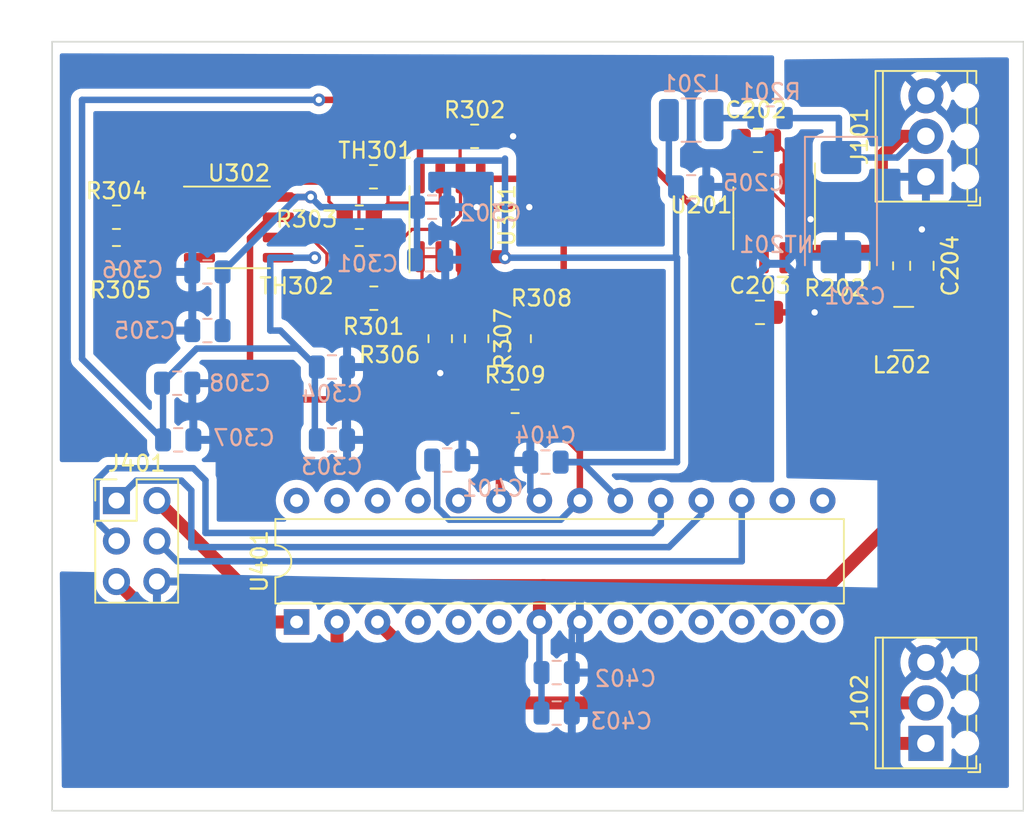
<source format=kicad_pcb>
(kicad_pcb (version 20221018) (generator pcbnew)
  (layers (0 "F.Cu" signal) (31 "B.Cu" signal) (36 "B.SilkS" user "B.Silkscreen") (37 "F.SilkS" user "F.Silkscreen") (38 "B.Mask" user) (39 "F.Mask" user) (44 "Edge.Cuts" user))
  (net 0 "")
  (net 1 "/power/+5Vin")
  (net 2 "GNDD")
  (net 3 "Net-(U201-CAP+)")
  (net 4 "Net-(U201-CAP-)")
  (net 5 "/a/V-")
  (net 6 "/b/+5V_D")
  (net 7 "/a/+5V_A")
  (net 8 "GNDA")
  (net 9 "/a/Ref")
  (net 10 "/b/RXD")
  (net 11 "/b/TXD")
  (net 12 "Net-(J401-Pin_1)")
  (net 13 "Net-(J401-Pin_3)")
  (net 14 "Net-(J401-Pin_4)")
  (net 15 "Net-(L201-Pad1)")
  (net 16 "Net-(L202-Pad1)")
  (net 17 "Net-(U302--)")
  (net 18 "Net-(U301B--)")
  (net 19 "Net-(R303-Pad1)")
  (net 20 "Net-(U302-+)")
  (net 21 "Net-(R304-Pad1)")
  (net 22 "Net-(R304-Pad2)")
  (net 23 "Net-(R305-Pad2)")
  (net 24 "Net-(U301A-+)")
  (net 25 "Net-(R307-Pad2)")
  (net 29 "Net-(U301A--)")
  (net 30 "/a/UT_Out")
  (net 31 "Net-(J401-Pin_5)")
  (footprint "Resistor_SMD:R_0805_2012Metric" (layer "F.Cu") (at 129.286 91.44 -90)
    (fp_text reference "R307" (at 0 -1.65 90) (layer "F.SilkS"))
    (fp_text value "4K30")
    (pad "1" smd roundrect (at -0.9125 0 270) (size 1.025 1.4) (layers "F.Cu" "F.Paste" "F.Mask") (roundrect_rratio 0.243902) (net 24 "Net-(U301A-+)"))
    (pad "2" smd roundrect (at 0.9125 0 270) (size 1.025 1.4) (layers "F.Cu" "F.Paste" "F.Mask") (roundrect_rratio 0.243902) (net 25 "Net-(R307-Pad2)"))
  )
  (footprint "Resistor_SMD:R_0805_2012Metric" (layer "F.Cu") (at 122.809 81.28 180)
    (fp_text reference "TH301" (at -0.127 1.651) (layer "F.SilkS"))
    (fp_text value "PT1000")
    (pad "1" smd roundrect (at -0.9125 0 180) (size 1.025 1.4) (layers "F.Cu" "F.Paste" "F.Mask") (roundrect_rratio 0.243902) (net 19 "Net-(R303-Pad1)"))
    (pad "2" smd roundrect (at 0.9125 0 180) (size 1.025 1.4) (layers "F.Cu" "F.Paste" "F.Mask") (roundrect_rratio 0.243902) (net 17 "Net-(U302--)"))
  )
  (footprint "Resistor_SMD:R_0805_2012Metric" (layer "F.Cu") (at 154.686 86.868 -90)
    (fp_text reference "R202" (at 1.397 2.921 -180) (layer "F.SilkS"))
    (fp_text value "2R")
    (pad "1" smd roundrect (at -0.9125 0 270) (size 1.025 1.4) (layers "F.Cu" "F.Paste" "F.Mask") (roundrect_rratio 0.243902) (net 1 "/power/+5Vin"))
    (pad "2" smd roundrect (at 0.9125 0 270) (size 1.025 1.4) (layers "F.Cu" "F.Paste" "F.Mask") (roundrect_rratio 0.243902) (net 16 "Net-(L202-Pad1)"))
  )
  (footprint "Package_DIP:DIP-28_W7.62mm" (layer "F.Cu") (at 117.983 109.22 90)
    (fp_text reference "U401" (at 3.81 -2.33 90) (layer "F.SilkS"))
    (fp_text value "ATmega328P-PU")
    (pad "1" thru_hole rect (at 0 0 90) (size 1.6 1.6) (drill 0.8) (layers "*.Cu" "*.Mask") (net 31 "Net-(J401-Pin_5)"))
    (pad "2" thru_hole oval (at 0 2.54 90) (size 1.6 1.6) (drill 0.8) (layers "*.Cu" "*.Mask") (net 10 "/b/RXD"))
    (pad "3" thru_hole oval (at 0 5.08 90) (size 1.6 1.6) (drill 0.8) (layers "*.Cu" "*.Mask") (net 11 "/b/TXD"))
    (pad "4" thru_hole oval (at 0 7.62 90) (size 1.6 1.6) (drill 0.8) (layers "*.Cu" "*.Mask"))
    (pad "5" thru_hole oval (at 0 10.16 90) (size 1.6 1.6) (drill 0.8) (layers "*.Cu" "*.Mask"))
    (pad "6" thru_hole oval (at 0 12.7 90) (size 1.6 1.6) (drill 0.8) (layers "*.Cu" "*.Mask"))
    (pad "7" thru_hole oval (at 0 15.24 90) (size 1.6 1.6) (drill 0.8) (layers "*.Cu" "*.Mask") (net 6 "/b/+5V_D"))
    (pad "8" thru_hole oval (at 0 17.78 90) (size 1.6 1.6) (drill 0.8) (layers "*.Cu" "*.Mask") (net 2 "GNDD"))
    (pad "9" thru_hole oval (at 0 20.32 90) (size 1.6 1.6) (drill 0.8) (layers "*.Cu" "*.Mask"))
    (pad "10" thru_hole oval (at 0 22.86 90) (size 1.6 1.6) (drill 0.8) (layers "*.Cu" "*.Mask"))
    (pad "11" thru_hole oval (at 0 25.4 90) (size 1.6 1.6) (drill 0.8) (layers "*.Cu" "*.Mask"))
    (pad "12" thru_hole oval (at 0 27.94 90) (size 1.6 1.6) (drill 0.8) (layers "*.Cu" "*.Mask"))
    (pad "13" thru_hole oval (at 0 30.48 90) (size 1.6 1.6) (drill 0.8) (layers "*.Cu" "*.Mask"))
    (pad "14" thru_hole oval (at 0 33.02 90) (size 1.6 1.6) (drill 0.8) (layers "*.Cu" "*.Mask"))
    (pad "15" thru_hole oval (at 7.62 33.02 90) (size 1.6 1.6) (drill 0.8) (layers "*.Cu" "*.Mask"))
    (pad "16" thru_hole oval (at 7.62 30.48 90) (size 1.6 1.6) (drill 0.8) (layers "*.Cu" "*.Mask"))
    (pad "17" thru_hole oval (at 7.62 27.94 90) (size 1.6 1.6) (drill 0.8) (layers "*.Cu" "*.Mask") (net 14 "Net-(J401-Pin_4)"))
    (pad "18" thru_hole oval (at 7.62 25.4 90) (size 1.6 1.6) (drill 0.8) (layers "*.Cu" "*.Mask") (net 12 "Net-(J401-Pin_1)"))
    (pad "19" thru_hole oval (at 7.62 22.86 90) (size 1.6 1.6) (drill 0.8) (layers "*.Cu" "*.Mask") (net 13 "Net-(J401-Pin_3)"))
    (pad "20" thru_hole oval (at 7.62 20.32 90) (size 1.6 1.6) (drill 0.8) (layers "*.Cu" "*.Mask") (net 7 "/a/+5V_A"))
    (pad "21" thru_hole oval (at 7.62 17.78 90) (size 1.6 1.6) (drill 0.8) (layers "*.Cu" "*.Mask") (net 9 "/a/Ref"))
    (pad "22" thru_hole oval (at 7.62 15.24 90) (size 1.6 1.6) (drill 0.8) (layers "*.Cu" "*.Mask") (net 8 "GNDA"))
    (pad "23" thru_hole oval (at 7.62 12.7 90) (size 1.6 1.6) (drill 0.8) (layers "*.Cu" "*.Mask") (net 30 "/a/UT_Out"))
    (pad "24" thru_hole oval (at 7.62 10.16 90) (size 1.6 1.6) (drill 0.8) (layers "*.Cu" "*.Mask"))
    (pad "25" thru_hole oval (at 7.62 7.62 90) (size 1.6 1.6) (drill 0.8) (layers "*.Cu" "*.Mask"))
    (pad "26" thru_hole oval (at 7.62 5.08 90) (size 1.6 1.6) (drill 0.8) (layers "*.Cu" "*.Mask"))
    (pad "27" thru_hole oval (at 7.62 2.54 90) (size 1.6 1.6) (drill 0.8) (layers "*.Cu" "*.Mask"))
    (pad "28" thru_hole oval (at 7.62 0 90) (size 1.6 1.6) (drill 0.8) (layers "*.Cu" "*.Mask"))
  )
  (footprint "Resistor_SMD:R_0805_2012Metric" (layer "F.Cu") (at 121.92 83.82 180)
    (fp_text reference "R303" (at 3.302 -0.127) (layer "F.SilkS"))
    (fp_text value "1K00")
    (pad "1" smd roundrect (at -0.9125 0 180) (size 1.025 1.4) (layers "F.Cu" "F.Paste" "F.Mask") (roundrect_rratio 0.243902) (net 19 "Net-(R303-Pad1)"))
    (pad "2" smd roundrect (at 0.9125 0 180) (size 1.025 1.4) (layers "F.Cu" "F.Paste" "F.Mask") (roundrect_rratio 0.243902) (net 20 "Net-(U302-+)"))
  )
  (footprint "Package_SO:SOIC-8_3.9x4.9mm_P1.27mm" (layer "F.Cu") (at 114.365 84.455)
    (fp_text reference "U302" (at 0 -3.4) (layer "F.SilkS"))
    (fp_text value "AD8221ARZ")
    (pad "1" smd roundrect (at -2.475 -1.905) (size 1.95 0.6) (layers "F.Cu" "F.Paste" "F.Mask") (net 17 "Net-(U302--)"))
    (pad "2" smd roundrect (at -2.475 -0.635) (size 1.95 0.6) (layers "F.Cu" "F.Paste" "F.Mask") (net 22 "Net-(R304-Pad2)"))
    (pad "3" smd roundrect (at -2.475 0.635) (size 1.95 0.6) (layers "F.Cu" "F.Paste" "F.Mask") (net 23 "Net-(R305-Pad2)"))
    (pad "4" smd roundrect (at -2.475 1.905) (size 1.95 0.6) (layers "F.Cu" "F.Paste" "F.Mask") (net 20 "Net-(U302-+)"))
    (pad "5" smd roundrect (at 2.475 1.905) (size 1.95 0.6) (layers "F.Cu" "F.Paste" "F.Mask") (net 5 "/a/V-"))
    (pad "6" smd roundrect (at 2.475 0.635) (size 1.95 0.6) (layers "F.Cu" "F.Paste" "F.Mask") (net 29 "Net-(U301A--)"))
    (pad "7" smd roundrect (at 2.475 -0.635) (size 1.95 0.6) (layers "F.Cu" "F.Paste" "F.Mask") (net 30 "/a/UT_Out"))
    (pad "8" smd roundrect (at 2.475 -1.905) (size 1.95 0.6) (layers "F.Cu" "F.Paste" "F.Mask") (net 7 "/a/+5V_A"))
  )
  (footprint "Capacitor_SMD:C_0805_2012Metric" (layer "F.Cu") (at 157.226 86.868 90)
    (fp_text reference "C204" (at 0 1.778 90) (layer "F.SilkS"))
    (fp_text value "10uF")
    (pad "1" smd roundrect (at -0.95 0 90) (size 1 1.45) (layers "F.Cu" "F.Paste" "F.Mask") (net 6 "/b/+5V_D"))
    (pad "2" smd roundrect (at 0.95 0 90) (size 1 1.45) (layers "F.Cu" "F.Paste" "F.Mask") (net 2 "GNDD"))
  )
  (footprint "TerminalBlock_Phoenix:TerminalBlock_Phoenix_MPT-0,5-3-2.54_1x03_P2.54mm_Horizontal" (layer "F.Cu") (at 157.48 81.28 90)
    (fp_text reference "J101" (at 2.54 -4.16 90) (layer "F.SilkS"))
    (fp_text value "Screw_Terminal_01x03")
    (pad "" np_thru_hole circle (at 0 2.54 90) (size 1.1 1.1) (drill 1.1) (layers "*.Cu" "*.Mask"))
    (pad "" np_thru_hole circle (at 2.54 2.54 90) (size 1.1 1.1) (drill 1.1) (layers "*.Cu" "*.Mask"))
    (pad "" np_thru_hole circle (at 5.08 2.54 90) (size 1.1 1.1) (drill 1.1) (layers "*.Cu" "*.Mask"))
    (pad "1" thru_hole rect (at 0 0 90) (size 2.2 2.2) (drill 1.1) (layers "*.Cu" "*.Mask") (net 2 "GNDD"))
    (pad "2" thru_hole circle (at 2.54 0 90) (size 2.2 2.2) (drill 1.1) (layers "*.Cu" "*.Mask") (net 1 "/power/+5Vin"))
    (pad "3" thru_hole circle (at 5.08 0 90) (size 2.2 2.2) (drill 1.1) (layers "*.Cu" "*.Mask") (net 2 "GNDD"))
  )
  (footprint "Resistor_SMD:R_0805_2012Metric" (layer "F.Cu") (at 106.68 83.82)
    (fp_text reference "R304" (at 0 -1.65) (layer "F.SilkS"))
    (fp_text value "6K80")
    (pad "1" smd roundrect (at -0.9125 0) (size 1.025 1.4) (layers "F.Cu" "F.Paste" "F.Mask") (roundrect_rratio 0.243902) (net 21 "Net-(R304-Pad1)"))
    (pad "2" smd roundrect (at 0.9125 0) (size 1.025 1.4) (layers "F.Cu" "F.Paste" "F.Mask") (roundrect_rratio 0.243902) (net 22 "Net-(R304-Pad2)"))
  )
  (footprint "TerminalBlock_Phoenix:TerminalBlock_Phoenix_MPT-0,5-3-2.54_1x03_P2.54mm_Horizontal" (layer "F.Cu") (at 157.48 116.84 90)
    (fp_text reference "J102" (at 2.54 -4.16 90) (layer "F.SilkS"))
    (fp_text value "Screw_Terminal_01x03")
    (pad "" np_thru_hole circle (at 0 2.54 90) (size 1.1 1.1) (drill 1.1) (layers "*.Cu" "*.Mask"))
    (pad "" np_thru_hole circle (at 2.54 2.54 90) (size 1.1 1.1) (drill 1.1) (layers "*.Cu" "*.Mask"))
    (pad "" np_thru_hole circle (at 5.08 2.54 90) (size 1.1 1.1) (drill 1.1) (layers "*.Cu" "*.Mask"))
    (pad "1" thru_hole rect (at 0 0 90) (size 2.2 2.2) (drill 1.1) (layers "*.Cu" "*.Mask") (net 10 "/b/RXD"))
    (pad "2" thru_hole circle (at 2.54 0 90) (size 2.2 2.2) (drill 1.1) (layers "*.Cu" "*.Mask") (net 11 "/b/TXD"))
    (pad "3" thru_hole circle (at 5.08 0 90) (size 2.2 2.2) (drill 1.1) (layers "*.Cu" "*.Mask") (net 2 "GNDD"))
  )
  (footprint "Capacitor_SMD:C_0805_2012Metric" (layer "F.Cu") (at 147.066 89.789)
    (fp_text reference "C203" (at 0 -1.68) (layer "F.SilkS"))
    (fp_text value "10uF")
    (pad "1" smd roundrect (at -0.95 0) (size 1 1.45) (layers "F.Cu" "F.Paste" "F.Mask") (net 5 "/a/V-"))
    (pad "2" smd roundrect (at 0.95 0) (size 1 1.45) (layers "F.Cu" "F.Paste" "F.Mask") (net 2 "GNDD"))
  )
  (footprint "Package_SO:SOIC-8_3.9x4.9mm_P1.27mm" (layer "F.Cu") (at 127.635 83.82 90)
    (fp_text reference "U301" (at 0.127 3.556 90) (layer "F.SilkS"))
    (fp_text value "OPA2277EP")
    (pad "1" smd roundrect (at -2.475 -1.905 90) (size 1.95 0.6) (layers "F.Cu" "F.Paste" "F.Mask") (net 29 "Net-(U301A--)"))
    (pad "2" smd roundrect (at -2.475 -0.635 90) (size 1.95 0.6) (layers "F.Cu" "F.Paste" "F.Mask") (net 29 "Net-(U301A--)"))
    (pad "3" smd roundrect (at -2.475 0.635 90) (size 1.95 0.6) (layers "F.Cu" "F.Paste" "F.Mask") (net 24 "Net-(U301A-+)"))
    (pad "4" smd roundrect (at -2.475 1.905 90) (size 1.95 0.6) (layers "F.Cu" "F.Paste" "F.Mask") (net 7 "/a/+5V_A"))
    (pad "5" smd roundrect (at 2.475 1.905 90) (size 1.95 0.6) (layers "F.Cu" "F.Paste" "F.Mask") (net 9 "/a/Ref"))
    (pad "6" smd roundrect (at 2.475 0.635 90) (size 1.95 0.6) (layers "F.Cu" "F.Paste" "F.Mask") (net 18 "Net-(U301B--)"))
    (pad "7" smd roundrect (at 2.475 -0.635 90) (size 1.95 0.6) (layers "F.Cu" "F.Paste" "F.Mask") (net 19 "Net-(R303-Pad1)"))
    (pad "8" smd roundrect (at 2.475 -1.905 90) (size 1.95 0.6) (layers "F.Cu" "F.Paste" "F.Mask") (net 5 "/a/V-"))
  )
  (footprint "Package_SO:SOIC-8_3.9x4.9mm_P1.27mm" (layer "F.Cu") (at 147.955 83.885 -90)
    (fp_text reference "U201" (at -0.827 4.572 -180) (layer "F.SilkS"))
    (fp_text value "TC7662Bx0A")
    (pad "1" smd roundrect (at -2.475 -1.905 270) (size 1.95 0.6) (layers "F.Cu" "F.Paste" "F.Mask"))
    (pad "2" smd roundrect (at -2.475 -0.635 270) (size 1.95 0.6) (layers "F.Cu" "F.Paste" "F.Mask") (net 3 "Net-(U201-CAP+)"))
    (pad "3" smd roundrect (at -2.475 0.635 270) (size 1.95 0.6) (layers "F.Cu" "F.Paste" "F.Mask") (net 2 "GNDD"))
    (pad "4" smd roundrect (at -2.475 1.905 270) (size 1.95 0.6) (layers "F.Cu" "F.Paste" "F.Mask") (net 4 "Net-(U201-CAP-)"))
    (pad "5" smd roundrect (at 2.475 1.905 270) (size 1.95 0.6) (layers "F.Cu" "F.Paste" "F.Mask") (net 5 "/a/V-"))
    (pad "6" smd roundrect (at 2.475 0.635 270) (size 1.95 0.6) (layers "F.Cu" "F.Paste" "F.Mask"))
    (pad "7" smd roundrect (at 2.475 -0.635 270) (size 1.95 0.6) (layers "F.Cu" "F.Paste" "F.Mask"))
    (pad "8" smd roundrect (at 2.475 -1.905 270) (size 1.95 0.6) (layers "F.Cu" "F.Paste" "F.Mask") (net 1 "/power/+5Vin"))
  )
  (footprint "Resistor_SMD:R_0805_2012Metric" (layer "F.Cu") (at 122.8325 88.9)
    (fp_text reference "R301" (at -0.0235 1.778) (layer "F.SilkS"))
    (fp_text value "1K00")
    (pad "1" smd roundrect (at -0.9125 0) (size 1.025 1.4) (layers "F.Cu" "F.Paste" "F.Mask") (roundrect_rratio 0.243902) (net 17 "Net-(U302--)"))
    (pad "2" smd roundrect (at 0.9125 0) (size 1.025 1.4) (layers "F.Cu" "F.Paste" "F.Mask") (roundrect_rratio 0.243902) (net 18 "Net-(U301B--)"))
  )
  (footprint "Resistor_SMD:R_0805_2012Metric" (layer "F.Cu") (at 127 91.44 -90)
    (fp_text reference "R306" (at 1.016 3.175 -180) (layer "F.SilkS"))
    (fp_text value "10K0")
    (pad "1" smd roundrect (at -0.9125 0 270) (size 1.025 1.4) (layers "F.Cu" "F.Paste" "F.Mask") (roundrect_rratio 0.243902) (net 24 "Net-(U301A-+)"))
    (pad "2" smd roundrect (at 0.9125 0 270) (size 1.025 1.4) (layers "F.Cu" "F.Paste" "F.Mask") (roundrect_rratio 0.243902) (net 8 "GNDA"))
  )
  (footprint "Resistor_SMD:R_0805_2012Metric" (layer "F.Cu") (at 129.159 78.74)
    (fp_text reference "R302" (at 0 -1.65) (layer "F.SilkS"))
    (fp_text value "1K10")
    (pad "1" smd roundrect (at -0.9125 0) (size 1.025 1.4) (layers "F.Cu" "F.Paste" "F.Mask") (roundrect_rratio 0.243902) (net 18 "Net-(U301B--)"))
    (pad "2" smd roundrect (at 0.9125 0) (size 1.025 1.4) (layers "F.Cu" "F.Paste" "F.Mask") (roundrect_rratio 0.243902) (net 8 "GNDA"))
  )
  (footprint "Resistor_SMD:R_0805_2012Metric" (layer "F.Cu") (at 106.68 86.36)
    (fp_text reference "R305" (at 0.254 2.032) (layer "F.SilkS"))
    (fp_text value "100")
    (pad "1" smd roundrect (at -0.9125 0) (size 1.025 1.4) (layers "F.Cu" "F.Paste" "F.Mask") (roundrect_rratio 0.243902) (net 21 "Net-(R304-Pad1)"))
    (pad "2" smd roundrect (at 0.9125 0) (size 1.025 1.4) (layers "F.Cu" "F.Paste" "F.Mask") (roundrect_rratio 0.243902) (net 23 "Net-(R305-Pad2)"))
  )
  (footprint "Connector_PinHeader_2.54mm:PinHeader_2x03_P2.54mm_Vertical" (layer "F.Cu") (at 106.68 101.6)
    (fp_text reference "J401" (at 1.27 -2.33) (layer "F.SilkS"))
    (fp_text value "Conn_02x03_Odd_Even")
    (pad "1" thru_hole rect (at 0 0) (size 1.7 1.7) (drill 1) (layers "*.Cu" "*.Mask") (net 12 "Net-(J401-Pin_1)"))
    (pad "2" thru_hole oval (at 2.54 0) (size 1.7 1.7) (drill 1) (layers "*.Cu" "*.Mask") (net 6 "/b/+5V_D"))
    (pad "3" thru_hole oval (at 0 2.54) (size 1.7 1.7) (drill 1) (layers "*.Cu" "*.Mask") (net 13 "Net-(J401-Pin_3)"))
    (pad "4" thru_hole oval (at 2.54 2.54) (size 1.7 1.7) (drill 1) (layers "*.Cu" "*.Mask") (net 14 "Net-(J401-Pin_4)"))
    (pad "5" thru_hole oval (at 0 5.08) (size 1.7 1.7) (drill 1) (layers "*.Cu" "*.Mask") (net 31 "Net-(J401-Pin_5)"))
    (pad "6" thru_hole oval (at 2.54 5.08) (size 1.7 1.7) (drill 1) (layers "*.Cu" "*.Mask") (net 2 "GNDD"))
  )
  (footprint "Resistor_SMD:R_0805_2012Metric" (layer "F.Cu") (at 131.953 91.44 -90)
    (fp_text reference "R308" (at -2.54 -1.397 -180) (layer "F.SilkS"))
    (fp_text value "819")
    (pad "1" smd roundrect (at -0.9125 0 270) (size 1.025 1.4) (layers "F.Cu" "F.Paste" "F.Mask") (roundrect_rratio 0.243902) (net 24 "Net-(U301A-+)"))
    (pad "2" smd roundrect (at 0.9125 0 270) (size 1.025 1.4) (layers "F.Cu" "F.Paste" "F.Mask") (roundrect_rratio 0.243902) (net 25 "Net-(R307-Pad2)"))
  )
  (footprint "Inductor_SMD:L_1210_3225Metric" (layer "F.Cu") (at 156.083 90.805)
    (fp_text reference "L202" (at -0.124 2.286) (layer "F.SilkS"))
    (fp_text value "22uH")
    (pad "1" smd roundrect (at -1.4 0) (size 1.25 2.65) (layers "F.Cu" "F.Paste" "F.Mask") (roundrect_rratio 0.2) (net 16 "Net-(L202-Pad1)"))
    (pad "2" smd roundrect (at 1.4 0) (size 1.25 2.65) (layers "F.Cu" "F.Paste" "F.Mask") (roundrect_rratio 0.2) (net 6 "/b/+5V_D"))
  )
  (footprint "Resistor_SMD:R_0805_2012Metric" (layer "F.Cu") (at 131.699 95.377)
    (fp_text reference "R309" (at 0 -1.65) (layer "F.SilkS"))
    (fp_text value "36K0")
    (pad "1" smd roundrect (at -0.9125 0) (size 1.025 1.4) (layers "F.Cu" "F.Paste" "F.Mask") (roundrect_rratio 0.243902) (net 25 "Net-(R307-Pad2)"))
    (pad "2" smd roundrect (at 0.9125 0) (size 1.025 1.4) (layers "F.Cu" "F.Paste" "F.Mask") (roundrect_rratio 0.243902) (net 9 "/a/Ref"))
  )
  (footprint "Resistor_SMD:R_0805_2012Metric" (layer "F.Cu") (at 121.92 86.36)
    (fp_text reference "TH302" (at -3.937 1.778) (layer "F.SilkS"))
    (fp_text value "PT1000")
    (pad "1" smd roundrect (at -0.9125 0) (size 1.025 1.4) (layers "F.Cu" "F.Paste" "F.Mask") (roundrect_rratio 0.243902) (net 20 "Net-(U302-+)"))
    (pad "2" smd roundrect (at 0.9125 0) (size 1.025 1.4) (layers "F.Cu" "F.Paste" "F.Mask") (roundrect_rratio 0.243902) (net 18 "Net-(U301B--)"))
  )
  (footprint "Capacitor_SMD:C_0805_2012Metric" (layer "F.Cu") (at 146.939 78.994 180)
    (fp_text reference "C202" (at 0.127 1.905) (layer "F.SilkS"))
    (fp_text value "10uF")
    (pad "1" smd roundrect (at -0.95 0 180) (size 1 1.45) (layers "F.Cu" "F.Paste" "F.Mask") (net 3 "Net-(U201-CAP+)"))
    (pad "2" smd roundrect (at 0.95 0 180) (size 1 1.45) (layers "F.Cu" "F.Paste" "F.Mask") (net 4 "Net-(U201-CAP-)"))
  )
  (footprint "Capacitor_SMD:C_0805_2012Metric" (layer "B.Cu") (at 133.604 99.187 180)
    (fp_text reference "C404" (at 0 1.68) (layer "B.SilkS") (effects (justify mirror)))
    (fp_text value "100nF")
    (pad "1" smd roundrect (at -0.95 0 180) (size 1 1.45) (layers "B.Cu" "B.Paste" "B.Mask") (net 7 "/a/+5V_A"))
    (pad "2" smd roundrect (at 0.95 0 180) (size 1 1.45) (layers "B.Cu" "B.Paste" "B.Mask") (net 8 "GNDA"))
  )
  (footprint "Capacitor_SMD:C_0805_2012Metric" (layer "B.Cu") (at 126.365 86.487)
    (fp_text reference "C301" (at -3.937 0.254) (layer "B.SilkS") (effects (justify mirror)))
    (fp_text value "100nF")
    (pad "1" smd roundrect (at -0.95 0) (size 1 1.45) (layers "B.Cu" "B.Paste" "B.Mask") (net 7 "/a/+5V_A"))
    (pad "2" smd roundrect (at 0.95 0) (size 1 1.45) (layers "B.Cu" "B.Paste" "B.Mask") (net 8 "GNDA"))
  )
  (footprint "Inductor_SMD:L_1210_3225Metric" (layer "B.Cu") (at 142.748 77.724 180)
    (fp_text reference "L201" (at 0 2.28) (layer "B.SilkS") (effects (justify mirror)))
    (fp_text value "22uH")
    (pad "1" smd roundrect (at -1.4 0 180) (size 1.25 2.65) (layers "B.Cu" "B.Paste" "B.Mask") (roundrect_rratio 0.2) (net 15 "Net-(L201-Pad1)"))
    (pad "2" smd roundrect (at 1.4 0 180) (size 1.25 2.65) (layers "B.Cu" "B.Paste" "B.Mask") (roundrect_rratio 0.2) (net 7 "/a/+5V_A"))
  )
  (footprint "Capacitor_SMD:C_0805_2012Metric" (layer "B.Cu") (at 126.492 83.185)
    (fp_text reference "C302" (at 3.683 0.381) (layer "B.SilkS") (effects (justify mirror)))
    (fp_text value "10nF")
    (pad "1" smd roundrect (at -0.95 0) (size 1 1.45) (layers "B.Cu" "B.Paste" "B.Mask") (net 7 "/a/+5V_A"))
    (pad "2" smd roundrect (at 0.95 0) (size 1 1.45) (layers "B.Cu" "B.Paste" "B.Mask") (net 8 "GNDA"))
  )
  (footprint "Resistor_SMD:R_0805_2012Metric" (layer "B.Cu") (at 147.701 77.597 180)
    (fp_text reference "R201" (at 0 1.65) (layer "B.SilkS") (effects (justify mirror)))
    (fp_text value "2R")
    (pad "1" smd roundrect (at -0.9125 0 180) (size 1.025 1.4) (layers "B.Cu" "B.Paste" "B.Mask") (roundrect_rratio 0.243902) (net 1 "/power/+5Vin"))
    (pad "2" smd roundrect (at 0.9125 0 180) (size 1.025 1.4) (layers "B.Cu" "B.Paste" "B.Mask") (roundrect_rratio 0.243902) (net 15 "Net-(L201-Pad1)"))
  )
  (footprint "Capacitor_Tantalum_SMD:CP_EIA-7343-15_Kemet-W" (layer "B.Cu") (at 152.146 83.185 -90)
    (fp_text reference "C201" (at 5.588 -0.889 -180) (layer "B.SilkS") (effects (justify mirror)))
    (fp_text value "22uF")
    (pad "1" smd roundrect (at -3.1125 0 270) (size 2.075 2.55) (layers "B.Cu" "B.Paste" "B.Mask") (roundrect_rratio 0.120482) (net 1 "/power/+5Vin"))
    (pad "2" smd roundrect (at 3.1125 0 270) (size 2.075 2.55) (layers "B.Cu" "B.Paste" "B.Mask") (roundrect_rratio 0.120482) (net 2 "GNDD"))
  )
  (footprint "NetTie:NetTie-2_SMD_Pad0.5mm" (layer "B.Cu") (at 148.09 86.741 180)
    (fp_text reference "NT201" (at 0 1.2 -360) (layer "B.SilkS") (effects (justify mirror)))
    (fp_text value "NetTie_2")
    (fp_poly (pts (xy -0.5 0.25) (xy 0.5 0.25) (xy 0.5 -0.25) (xy -0.5 -0.25)) (fill solid) (layer "B.Cu"))
    (pad "1" smd circle (at -0.5 0 180) (size 0.5 0.5) (layers "B.Cu") (net 2 "GNDD"))
    (pad "2" smd circle (at 0.5 0 180) (size 0.5 0.5) (layers "B.Cu") (net 8 "GNDA"))
  )
  (footprint "Capacitor_SMD:C_0805_2012Metric" (layer "B.Cu") (at 142.748 81.915)
    (fp_text reference "C205" (at 3.937 -0.254) (layer "B.SilkS") (effects (justify mirror)))
    (fp_text value "10uF")
    (pad "1" smd roundrect (at -0.95 0) (size 1 1.45) (layers "B.Cu" "B.Paste" "B.Mask") (net 7 "/a/+5V_A"))
    (pad "2" smd roundrect (at 0.95 0) (size 1 1.45) (layers "B.Cu" "B.Paste" "B.Mask") (net 8 "GNDA"))
  )
  (footprint "Capacitor_SMD:C_0805_2012Metric" (layer "B.Cu") (at 112.39 87.249 180)
    (fp_text reference "C306" (at 4.699 0.127) (layer "B.SilkS") (effects (justify mirror)))
    (fp_text value "10nF")
    (pad "1" smd roundrect (at -0.95 0 180) (size 1 1.45) (layers "B.Cu" "B.Paste" "B.Mask") (net 7 "/a/+5V_A"))
    (pad "2" smd roundrect (at 0.95 0 180) (size 1 1.45) (layers "B.Cu" "B.Paste" "B.Mask") (net 8 "GNDA"))
  )
  (footprint "Capacitor_SMD:C_0805_2012Metric" (layer "B.Cu") (at 120.203 97.79)
    (fp_text reference "C303" (at 0 1.68 -360) (layer "B.SilkS") (effects (justify mirror)))
    (fp_text value "100nF")
    (pad "1" smd roundrect (at -0.95 0) (size 1 1.45) (layers "B.Cu" "B.Paste" "B.Mask") (net 5 "/a/V-"))
    (pad "2" smd roundrect (at 0.95 0) (size 1 1.45) (layers "B.Cu" "B.Paste" "B.Mask") (net 8 "GNDA"))
  )
  (footprint "Capacitor_SMD:C_0805_2012Metric" (layer "B.Cu") (at 120.203 93.218)
    (fp_text reference "C304" (at 0 1.68 -360) (layer "B.SilkS") (effects (justify mirror)))
    (fp_text value "10nF")
    (pad "1" smd roundrect (at -0.95 0) (size 1 1.45) (layers "B.Cu" "B.Paste" "B.Mask") (net 5 "/a/V-"))
    (pad "2" smd roundrect (at 0.95 0) (size 1 1.45) (layers "B.Cu" "B.Paste" "B.Mask") (net 8 "GNDA"))
  )
  (footprint "Capacitor_SMD:C_0805_2012Metric" (layer "B.Cu") (at 110.556 97.79)
    (fp_text reference "C307" (at 4.13 -0.127) (layer "B.SilkS") (effects (justify mirror)))
    (fp_text value "100nF")
    (pad "1" smd roundrect (at -0.95 0) (size 1 1.45) (layers "B.Cu" "B.Paste" "B.Mask") (net 5 "/a/V-"))
    (pad "2" smd roundrect (at 0.95 0) (size 1 1.45) (layers "B.Cu" "B.Paste" "B.Mask") (net 8 "GNDA"))
  )
  (footprint "Capacitor_SMD:C_0805_2012Metric" (layer "B.Cu") (at 112.39 90.932 180)
    (fp_text reference "C305" (at 3.937 0) (layer "B.SilkS") (effects (justify mirror)))
    (fp_text value "100nF")
    (pad "1" smd roundrect (at -0.95 0 180) (size 1 1.45) (layers "B.Cu" "B.Paste" "B.Mask") (net 7 "/a/+5V_A"))
    (pad "2" smd roundrect (at 0.95 0 180) (size 1 1.45) (layers "B.Cu" "B.Paste" "B.Mask") (net 8 "GNDA"))
  )
  (footprint "Capacitor_SMD:C_0805_2012Metric" (layer "B.Cu") (at 134.305 112.395)
    (fp_text reference "C402" (at 4.318 0.381) (layer "B.SilkS") (effects (justify mirror)))
    (fp_text value "1uF")
    (pad "1" smd roundrect (at -0.95 0) (size 1 1.45) (layers "B.Cu" "B.Paste" "B.Mask") (net 6 "/b/+5V_D"))
    (pad "2" smd roundrect (at 0.95 0) (size 1 1.45) (layers "B.Cu" "B.Paste" "B.Mask") (net 2 "GNDD"))
  )
  (footprint "Capacitor_SMD:C_0805_2012Metric" (layer "B.Cu") (at 110.49 94.234)
    (fp_text reference "C308" (at 3.937 0) (layer "B.SilkS") (effects (justify mirror)))
    (fp_text value "10nF")
    (pad "1" smd roundrect (at -0.95 0) (size 1 1.45) (layers "B.Cu" "B.Paste" "B.Mask") (net 5 "/a/V-"))
    (pad "2" smd roundrect (at 0.95 0) (size 1 1.45) (layers "B.Cu" "B.Paste" "B.Mask") (net 8 "GNDA"))
  )
  (footprint "Capacitor_SMD:C_0805_2012Metric" (layer "B.Cu") (at 134.305 114.935)
    (fp_text reference "C403" (at 4.064 0.508) (layer "B.SilkS") (effects (justify mirror)))
    (fp_text value "100nF")
    (pad "1" smd roundrect (at -0.95 0) (size 1 1.45) (layers "B.Cu" "B.Paste" "B.Mask") (net 6 "/b/+5V_D"))
    (pad "2" smd roundrect (at 0.95 0) (size 1 1.45) (layers "B.Cu" "B.Paste" "B.Mask") (net 2 "GNDD"))
  )
  (footprint "Capacitor_SMD:C_0805_2012Metric" (layer "B.Cu") (at 127.442 99.06 180)
    (fp_text reference "C401" (at -2.855 -1.778) (layer "B.SilkS") (effects (justify mirror)))
    (fp_text value "10nF")
    (pad "1" smd roundrect (at -0.95 0 180) (size 1 1.45) (layers "B.Cu" "B.Paste" "B.Mask") (net 8 "GNDA"))
    (pad "2" smd roundrect (at 0.95 0 180) (size 1 1.45) (layers "B.Cu" "B.Paste" "B.Mask") (net 9 "/a/Ref"))
  )
  (gr_line (start 102.6425 121.0625) (end 163.6025 121.0625) (stroke (width 0.1)) (layer "Edge.Cuts"))
  (gr_line (start 163.6025 121.0625) (end 163.6025 72.8025) (stroke (width 0.1)) (layer "Edge.Cuts"))
  (gr_line (start 102.6425 121.0625) (end 102.6425 72.8025) (stroke (width 0.1)) (layer "Edge.Cuts"))
  (gr_line (start 163.6025 72.8025) (end 102.6425 72.8025) (stroke (width 0.1)) (layer "Edge.Cuts"))
  (segment (start 154.686 79.978366) (end 154.686 85.9555) (width 0.8128) (layer "F.Cu") (net 1))
  (segment (start 155.924366 78.74) (end 154.686 79.978366) (width 0.8128) (layer "F.Cu") (net 1))
  (segment (start 154.686 85.9555) (end 150.2645 85.9555) (width 0.8128) (layer "F.Cu") (net 1))
  (segment (start 150.2645 85.9555) (end 149.86 86.36) (width 0.8128) (layer "F.Cu") (net 1))
  (segment (start 157.48 78.74) (end 155.924366 78.74) (width 0.8128) (layer "F.Cu") (net 1))
  (segment (start 152.146 80.0725) (end 152.019 79.9455) (width 0.4064) (layer "B.Cu") (net 1))
  (segment (start 152.019 77.597) (end 148.6135 77.597) (width 0.4064) (layer "B.Cu") (net 1))
  (segment (start 157.48 78.74) (end 157.0136 78.74) (width 0.4064) (layer "B.Cu") (net 1))
  (segment (start 152.019 79.9455) (end 152.019 77.597) (width 0.4064) (layer "B.Cu") (net 1))
  (segment (start 157.0136 78.74) (end 155.6811 80.0725) (width 0.4064) (layer "B.Cu") (net 1))
  (segment (start 155.6811 80.0725) (end 152.146 80.0725) (width 0.4064) (layer "B.Cu") (net 1))
  (segment (start 148.016 89.789) (end 150.495 89.789) (width 0.4064) (layer "F.Cu") (net 2))
  (segment (start 150.241 83.947) (end 149.513341 83.947) (width 0.2032) (layer "F.Cu") (net 2))
  (segment (start 157.226 85.918) (end 157.226 84.582) (width 0.4064) (layer "F.Cu") (net 2))
  (segment (start 147.32 81.753659) (end 147.32 81.41) (width 0.2032) (layer "F.Cu") (net 2))
  (segment (start 149.513341 83.947) (end 147.32 81.753659) (width 0.2032) (layer "F.Cu") (net 2))
  (via (at 150.241 83.947) (size 0.8) (drill 0.4) (layers "F.Cu" "B.Cu") (net 2))
  (via (at 150.495 89.789) (size 0.8) (drill 0.4) (layers "F.Cu" "B.Cu") (net 2))
  (via (at 157.226 84.582) (size 0.8) (drill 0.4) (layers "F.Cu" "B.Cu") (net 2))
  (segment (start 135.255 114.935) (end 135.255 112.395) (width 0.4064) (layer "B.Cu") (net 2))
  (segment (start 135.382 112.268) (end 135.255 112.395) (width 0.4064) (layer "B.Cu") (net 2))
  (segment (start 135.255 112.395) (end 135.255 109.728) (width 0.4064) (layer "B.Cu") (net 2))
  (segment (start 135.255 109.728) (end 135.763 109.22) (width 0.4064) (layer "B.Cu") (net 2))
  (segment (start 147.889 78.994) (end 148.59 79.695) (width 0.2032) (layer "F.Cu") (net 3))
  (segment (start 148.59 79.695) (end 148.59 81.41) (width 0.2032) (layer "F.Cu") (net 3))
  (segment (start 145.989 81.349) (end 146.05 81.41) (width 0.2032) (layer "F.Cu") (net 4))
  (segment (start 145.989 78.994) (end 145.989 81.349) (width 0.2032) (layer "F.Cu") (net 4))
  (segment (start 146.05 86.36) (end 146.05 89.723) (width 0.4064) (layer "F.Cu") (net 5))
  (segment (start 146.05 86.36) (end 138.938 79.248) (width 0.4064) (layer "F.Cu") (net 5))
  (segment (start 138.938 79.248) (end 138.938 76.454) (width 0.4064) (layer "F.Cu") (net 5))
  (segment (start 116.84 86.36) (end 119.126 86.36) (width 0.4064) (layer "F.Cu") (net 5))
  (segment (start 125.73 76.454) (end 119.38 76.454) (width 0.4064) (layer "F.Cu") (net 5))
  (segment (start 125.73 81.345) (end 125.73 76.454) (width 0.4064) (layer "F.Cu") (net 5))
  (segment (start 146.05 89.723) (end 146.116 89.789) (width 0.2032) (layer "F.Cu") (net 5))
  (segment (start 138.938 76.454) (end 125.73 76.454) (width 0.4064) (layer "F.Cu") (net 5))
  (via (at 119.126 86.36) (size 0.8) (drill 0.4) (layers "F.Cu" "B.Cu") (net 5))
  (via (at 119.38 76.454) (size 0.8) (drill 0.4) (layers "F.Cu" "B.Cu") (net 5))
  (segment (start 104.521 92.705) (end 104.521 76.454) (width 0.4064) (layer "B.Cu") (net 5))
  (segment (start 111.7138 92.0602) (end 118.0952 92.0602) (width 0.4064) (layer "B.Cu") (net 5))
  (segment (start 109.606 97.79) (end 109.606 94.3) (width 0.4064) (layer "B.Cu") (net 5))
  (segment (start 109.606 97.79) (end 104.521 92.705) (width 0.4064) (layer "B.Cu") (net 5))
  (segment (start 116.332 86.36) (end 119.126 86.36) (width 0.4064) (layer "B.Cu") (net 5))
  (segment (start 116.332 90.932) (end 116.332 86.36) (width 0.4064) (layer "B.Cu") (net 5))
  (segment (start 104.521 76.454) (end 119.38 76.454) (width 0.4064) (layer "B.Cu") (net 5))
  (segment (start 118.0952 92.0602) (end 118.11 92.075) (width 0.4064) (layer "B.Cu") (net 5))
  (segment (start 119.131 93.218) (end 119.131 97.79) (width 0.4064) (layer "B.Cu") (net 5))
  (segment (start 109.54 94.234) (end 111.7138 92.0602) (width 0.4064) (layer "B.Cu") (net 5))
  (segment (start 119.253 93.218) (end 118.11 92.075) (width 0.4064) (layer "B.Cu") (net 5))
  (segment (start 116.967 90.932) (end 116.332 90.932) (width 0.4064) (layer "B.Cu") (net 5))
  (segment (start 109.606 94.3) (end 109.54 94.234) (width 0.4064) (layer "B.Cu") (net 5))
  (segment (start 118.11 92.075) (end 116.967 90.932) (width 0.4064) (layer "B.Cu") (net 5))
  (segment (start 133.223 107.188) (end 133.223 109.22) (width 0.8128) (layer "F.Cu") (net 6))
  (segment (start 157.226 87.818) (end 157.226 90.548) (width 0.8128) (layer "F.Cu") (net 6))
  (segment (start 157.226 90.548) (end 157.483 90.805) (width 0.8128) (layer "F.Cu") (net 6))
  (segment (start 133.477 106.934) (end 133.223 107.188) (width 0.8128) (layer "F.Cu") (net 6))
  (segment (start 114.554 106.934) (end 133.477 106.934) (width 0.8128) (layer "F.Cu") (net 6))
  (segment (start 109.22 101.6) (end 114.554 106.934) (width 0.8128) (layer "F.Cu") (net 6))
  (segment (start 133.477 106.934) (end 151.384 106.934) (width 0.8128) (layer "F.Cu") (net 6))
  (segment (start 157.483 100.587) (end 157.483 90.805) (width 0.8128) (layer "F.Cu") (net 6))
  (segment (start 151.384 106.934) (end 157.607 100.711) (width 0.8128) (layer "F.Cu") (net 6))
  (segment (start 157.607 100.711) (end 157.483 100.587) (width 0.8128) (layer "F.Cu") (net 6))
  (segment (start 133.223 112.263) (end 133.355 112.395) (width 0.4064) (layer "B.Cu") (net 6))
  (segment (start 133.223 109.22) (end 133.223 112.263) (width 0.4064) (layer "B.Cu") (net 6))
  (segment (start 133.355 114.935) (end 133.355 112.395) (width 0.4064) (layer "B.Cu") (net 6))
  (segment (start 130.999 86.295) (end 131.064 86.36) (width 0.8128) (layer "F.Cu") (net 7))
  (segment (start 129.54 86.295) (end 130.999 86.295) (width 0.8128) (layer "F.Cu") (net 7))
  (segment (start 116.84 82.55) (end 118.872 82.55) (width 0.4064) (layer "F.Cu") (net 7))
  (via (at 131.064 86.36) (size 0.8) (drill 0.4) (layers "F.Cu" "B.Cu") (net 7))
  (via (at 118.872 82.55) (size 0.8) (drill 0.4) (layers "F.Cu" "B.Cu") (net 7))
  (segment (start 135.89 99.187) (end 138.303 101.6) (width 0.4064) (layer "B.Cu") (net 7))
  (segment (start 118.872 82.55) (end 119.507 83.185) (width 0.4064) (layer "B.Cu") (net 7))
  (segment (start 134.554 99.187) (end 135.89 99.187) (width 0.4064) (layer "B.Cu") (net 7))
  (segment (start 113.34 90.932) (end 113.34 87.249) (width 0.4064) (layer "B.Cu") (net 7))
  (segment (start 141.859 86.36) (end 131.064 86.36) (width 0.4064) (layer "B.Cu") (net 7))
  (segment (start 141.798 81.915) (end 141.798 86.299) (width 0.4064) (layer "B.Cu") (net 7))
  (segment (start 141.348 81.465) (end 141.798 81.915) (width 0.4064) (layer "B.Cu") (net 7))
  (segment (start 141.859 86.36) (end 141.798 86.299) (width 0.4064) (layer "B.Cu") (net 7))
  (segment (start 125.542 86.36) (end 125.415 86.487) (width 0.4064) (layer "B.Cu") (net 7))
  (segment (start 131.064 80.137) (end 131.064 86.36) (width 0.4064) (layer "B.Cu") (net 7))
  (segment (start 125.542 83.185) (end 125.542 80.325) (width 0.4064) (layer "B.Cu") (net 7))
  (segment (start 125.542 80.325) (end 125.603 80.264) (width 0.4064) (layer "B.Cu") (net 7))
  (segment (start 125.603 80.264) (end 130.81 80.264) (width 0.4064) (layer "B.Cu") (net 7))
  (segment (start 113.34 87.249) (end 118.039 82.55) (width 0.4064) (layer "B.Cu") (net 7))
  (segment (start 119.507 83.185) (end 125.542 83.185) (width 0.4064) (layer "B.Cu") (net 7))
  (segment (start 141.859 99.187) (end 141.859 86.36) (width 0.4064) (layer "B.Cu") (net 7))
  (segment (start 134.554 99.187) (end 141.859 99.187) (width 0.4064) (layer "B.Cu") (net 7))
  (segment (start 125.542 83.185) (end 125.542 86.36) (width 0.4064) (layer "B.Cu") (net 7))
  (segment (start 141.348 77.724) (end 141.348 81.465) (width 0.4064) (layer "B.Cu") (net 7))
  (segment (start 118.039 82.55) (end 118.872 82.55) (width 0.4064) (layer "B.Cu") (net 7))
  (segment (start 127 92.3525) (end 127 93.599) (width 0.4064) (layer "F.Cu") (net 8))
  (segment (start 130.0715 78.74) (end 131.572 78.74) (width 0.8128) (layer "F.Cu") (net 8))
  (segment (start 129.286 83.185) (end 132.588 83.185) (width 0.25) (layer "F.Cu") (net 8))
  (via (at 132.588 83.185) (size 0.8) (drill 0.4) (layers "F.Cu" "B.Cu") (net 8))
  (via (at 127 93.599) (size 0.8) (drill 0.4) (layers "F.Cu" "B.Cu") (net 8))
  (via (at 131.572 78.74) (size 0.8) (drill 0.4) (layers "F.Cu" "B.Cu") (net 8))
  (via (at 129.286 83.185) (size 0.8) (drill 0.4) (layers "F.Cu" "B.Cu") (net 8))
  (segment (start 128.392 99.06) (end 132.527 99.06) (width 0.4064) (layer "B.Cu") (net 8))
  (segment (start 128.392 94.991) (end 127 93.599) (width 0.4064) (layer "B.Cu") (net 8))
  (segment (start 126.619 93.218) (end 127 93.599) (width 0.4064) (layer "B.Cu") (net 8))
  (segment (start 128.392 99.06) (end 128.392 94.991) (width 0.4064) (layer "B.Cu") (net 8))
  (segment (start 127.315 83.312) (end 127.442 83.185) (width 0.4064) (layer "B.Cu") (net 8))
  (segment (start 132.527 99.06) (end 132.654 99.187) (width 0.4064) (layer "B.Cu") (net 8))
  (segment (start 121.153 93.218) (end 126.619 93.218) (width 0.4064) (layer "B.Cu") (net 8))
  (segment (start 127.315 86.487) (end 127.315 83.312) (width 0.4064) (layer "B.Cu") (net 8))
  (segment (start 121.031 97.79) (end 121.031 93.218) (width 0.4064) (layer "B.Cu") (net 8))
  (segment (start 132.654 101.031) (end 133.223 101.6) (width 0.4064) (layer "B.Cu") (net 8))
  (segment (start 127.442 83.185) (end 129.286 83.185) (width 0.25) (layer "B.Cu") (net 8))
  (segment (start 132.654 99.187) (end 132.654 101.031) (width 0.4064) (layer "B.Cu") (net 8))
  (segment (start 127.315 86.487) (end 127.315 93.284) (width 0.4064) (layer "B.Cu") (net 8))
  (segment (start 127.315 93.284) (end 127 93.599) (width 0.4064) (layer "B.Cu") (net 8))
  (segment (start 132.6115 95.377) (end 134.747 93.2415) (width 0.4064) (layer "F.Cu") (net 9))
  (segment (start 129.602 81.407) (end 129.54 81.345) (width 0.4064) (layer "F.Cu") (net 9))
  (segment (start 132.6115 95.377) (end 135.763 98.5285) (width 0.4064) (layer "F.Cu") (net 9))
  (segment (start 135.763 98.5285) (end 135.763 101.6) (width 0.4064) (layer "F.Cu") (net 9))
  (segment (start 134.747 81.407) (end 129.602 81.407) (width 0.4064) (layer "F.Cu") (net 9))
  (segment (start 134.747 93.2415) (end 134.747 81.407) (width 0.4064) (layer "F.Cu") (net 9))
  (segment (start 126.8062 99.3742) (end 126.8062 102.0412) (width 0.4064) (layer "B.Cu") (net 9))
  (segment (start 127.5682 102.8032) (end 134.5598 102.8032) (width 0.4064) (layer "B.Cu") (net 9))
  (segment (start 126.8062 102.0412) (end 127.5682 102.8032) (width 0.4064) (layer "B.Cu") (net 9))
  (segment (start 126.492 99.06) (end 126.8062 99.3742) (width 0.4064) (layer "B.Cu") (net 9))
  (segment (start 134.5598 102.8032) (end 135.763 101.6) (width 0.4064) (layer "B.Cu") (net 9))
  (segment (start 124.46 116.84) (end 120.523 112.903) (width 0.8128) (layer "F.Cu") (net 10))
  (segment (start 124.46 116.84) (end 157.48 116.84) (width 0.8128) (layer "F.Cu") (net 10))
  (segment (start 120.523 112.903) (end 120.523 109.22) (width 0.8128) (layer "F.Cu") (net 10))
  (segment (start 128.143 114.3) (end 157.48 114.3) (width 0.8128) (layer "F.Cu") (net 11))
  (segment (start 123.063 109.22) (end 128.143 114.3) (width 0.8128) (layer "F.Cu") (net 11))
  (segment (start 141.351 104.521) (end 143.383 102.489) (width 0.4064) (layer "B.Cu") (net 12))
  (segment (start 110.7608 100.3468) (end 111.379 100.965) (width 0.4064) (layer "B.Cu") (net 12))
  (segment (start 143.383 102.489) (end 143.383 101.6) (width 0.4064) (layer "B.Cu") (net 12))
  (segment (start 106.68 101.6) (end 107.9332 100.3468) (width 0.4064) (layer "B.Cu") (net 12))
  (segment (start 111.379 104.521) (end 141.351 104.521) (width 0.4064) (layer "B.Cu") (net 12))
  (segment (start 111.379 100.965) (end 111.379 104.521) (width 0.4064) (layer "B.Cu") (net 12))
  (segment (start 107.9332 100.3468) (end 110.7608 100.3468) (width 0.4064) (layer "B.Cu") (net 12))
  (segment (start 105.4268 100.3132) (end 106.172 99.568) (width 0.4064) (layer "B.Cu") (net 13))
  (segment (start 106.172 99.568) (end 111.506 99.568) (width 0.4064) (layer "B.Cu") (net 13))
  (segment (start 140.843 103.124) (end 140.843 101.6) (width 0.4064) (layer "B.Cu") (net 13))
  (segment (start 106.68 104.14) (end 105.4268 102.8868) (width 0.4064) (layer "B.Cu") (net 13))
  (segment (start 112.268 100.33) (end 112.268 103.632) (width 0.4064) (layer "B.Cu") (net 13))
  (segment (start 105.4268 102.8868) (end 105.4268 100.3132) (width 0.4064) (layer "B.Cu") (net 13))
  (segment (start 112.268 103.632) (end 140.335 103.632) (width 0.4064) (layer "B.Cu") (net 13))
  (segment (start 111.506 99.568) (end 112.268 100.33) (width 0.4064) (layer "B.Cu") (net 13))
  (segment (start 140.335 103.632) (end 140.843 103.124) (width 0.4064) (layer "B.Cu") (net 13))
  (segment (start 110.49 105.41) (end 145.923 105.41) (width 0.4064) (layer "B.Cu") (net 14))
  (segment (start 109.22 104.14) (end 110.49 105.41) (width 0.4064) (layer "B.Cu") (net 14))
  (segment (start 145.923 105.41) (end 145.923 101.6) (width 0.4064) (layer "B.Cu") (net 14))
  (segment (start 146.7885 77.597) (end 144.275 77.597) (width 0.4064) (layer "B.Cu") (net 15))
  (segment (start 144.275 77.597) (end 144.148 77.724) (width 0.4064) (layer "B.Cu") (net 15))
  (segment (start 154.686 90.802) (end 154.683 90.805) (width 0.8128) (layer "F.Cu") (net 16))
  (segment (start 154.686 87.7805) (end 154.686 90.802) (width 0.8128) (layer "F.Cu") (net 16))
  (segment (start 113.16 81.28) (end 121.8965 81.28) (width 0.2032) (layer "F.Cu") (net 17))
  (segment (start 111.89 82.55) (end 113.16 81.28) (width 0.2032) (layer "F.Cu") (net 17))
  (segment (start 121.8965 88.8765) (end 121.92 88.9) (width 0.2032) (layer "F.Cu") (net 17))
  (segment (start 121.8965 81.28) (end 121.8965 88.8765) (width 0.2032) (layer "F.Cu") (net 17))
  (segment (start 123.745 87.2725) (end 123.745 88.9) (width 0.2032) (layer "F.Cu") (net 18))
  (segment (start 127.381 84.582) (end 128.27 83.693) (width 0.2032) (layer "F.Cu") (net 18))
  (segment (start 122.8325 86.36) (end 123.745 87.2725) (width 0.2032) (layer "F.Cu") (net 18))
  (segment (start 123.745 86.059) (end 125.222 84.582) (width 0.2032) (layer "F.Cu") (net 18))
  (segment (start 123.745 87.2725) (end 123.745 86.059) (width 0.2032) (layer "F.Cu") (net 18))
  (segment (start 128.2465 78.74) (end 128.2465 81.3215) (width 0.2032) (layer "F.Cu") (net 18))
  (segment (start 128.27 83.693) (end 128.27 81.345) (width 0.2032) (layer "F.Cu") (net 18))
  (segment (start 125.222 84.582) (end 127.381 84.582) (width 0.2032) (layer "F.Cu") (net 18))
  (segment (start 128.2465 81.3215) (end 128.27 81.345) (width 0.2032) (layer "F.Cu") (net 18))
  (segment (start 122.8325 83.82) (end 123.7215 82.931) (width 0.2032) (layer "F.Cu") (net 19))
  (segment (start 127 82.931) (end 127 81.345) (width 0.2032) (layer "F.Cu") (net 19))
  (segment (start 123.7215 82.931) (end 127 82.931) (width 0.2032) (layer "F.Cu") (net 19))
  (segment (start 123.7215 82.931) (end 123.7215 81.28) (width 0.2032) (layer "F.Cu") (net 19))
  (segment (start 120.015 81.6832) (end 120.015 82.8275) (width 0.2032) (layer "F.Cu") (net 20))
  (segment (start 113.792 82.931) (end 115.0398 81.6832) (width 0.2032) (layer "F.Cu") (net 20))
  (segment (start 121.0075 86.36) (end 121.0075 83.82) (width 0.2032) (layer "F.Cu") (net 20))
  (segment (start 112.233659 86.36) (end 113.792 84.801659) (width 0.2032) (layer "F.Cu") (net 20))
  (segment (start 111.89 86.36) (end 112.233659 86.36) (width 0.2032) (layer "F.Cu") (net 20))
  (segment (start 115.0398 81.6832) (end 120.015 81.6832) (width 0.2032) (layer "F.Cu") (net 20))
  (segment (start 120.015 82.8275) (end 121.0075 83.82) (width 0.2032) (layer "F.Cu") (net 20))
  (segment (start 113.792 84.801659) (end 113.792 82.931) (width 0.2032) (layer "F.Cu") (net 20))
  (segment (start 105.7675 86.36) (end 105.7675 83.82) (width 0.8128) (layer "F.Cu") (net 21))
  (segment (start 107.5925 83.82) (end 111.89 83.82) (width 0.8128) (layer "F.Cu") (net 22))
  (segment (start 108.8625 85.09) (end 111.89 85.09) (width 0.8128) (layer "F.Cu") (net 23))
  (segment (start 107.5925 86.36) (end 108.8625 85.09) (width 0.8128) (layer "F.Cu") (net 23))
  (segment (start 129.286 90.5275) (end 131.953 90.5275) (width 0.4064) (layer "F.Cu") (net 24))
  (segment (start 128.27 86.295) (end 128.27 90.2735) (width 0.4064) (layer "F.Cu") (net 24))
  (segment (start 127 90.5275) (end 129.286 90.5275) (width 0.8128) (layer "F.Cu") (net 24))
  (segment (start 130.683 92.3525) (end 131.953 92.3525) (width 0.4064) (layer "F.Cu") (net 25))
  (segment (start 129.286 92.3525) (end 130.683 92.3525) (width 0.4064) (layer "F.Cu") (net 25))
  (segment (start 130.683 92.3525) (end 130.683 95.2735) (width 0.4064) (layer "F.Cu") (net 25))
  (segment (start 119.888 90.551) (end 124.333 90.551) (width 0.2032) (layer "F.Cu") (net 29))
  (segment (start 125.73 86.295) (end 127 86.295) (width 0.2032) (layer "F.Cu") (net 29))
  (segment (start 124.333 90.551) (end 125.857 89.027) (width 0.2032) (layer "F.Cu") (net 29))
  (segment (start 125.857 89.027) (end 125.857 86.422) (width 0.2032) (layer "F.Cu") (net 29))
  (segment (start 118.857263 85.09) (end 119.888 86.120737) (width 0.2032) (layer "F.Cu") (net 29))
  (segment (start 125.857 86.422) (end 125.73 86.295) (width 0.2032) (layer "F.Cu") (net 29))
  (segment (start 119.888 86.120737) (end 119.888 90.551) (width 0.2032) (layer "F.Cu") (net 29))
  (segment (start 116.84 85.09) (end 118.857263 85.09) (width 0.2032) (layer "F.Cu") (net 29))
  (segment (start 115.062 95.25) (end 115.062 85.110657) (width 0.4064) (layer "F.Cu") (net 30))
  (segment (start 115.062 85.110657) (end 116.352657 83.82) (width 0.4064) (layer "F.Cu") (net 30))
  (segment (start 127.381 95.25) (end 115.062 95.25) (width 0.4064) (layer "F.Cu") (net 30))
  (segment (start 116.352657 83.82) (end 116.84 83.82) (width 0.4064) (layer "F.Cu") (net 30))
  (segment (start 130.683 98.552) (end 127.381 95.25) (width 0.4064) (layer "F.Cu") (net 30))
  (segment (start 130.683 101.6) (end 130.683 98.552) (width 0.4064) (layer "F.Cu") (net 30))
  (segment (start 109.22 109.22) (end 117.983 109.22) (width 0.8128) (layer "F.Cu") (net 31))
  (segment (start 106.68 106.68) (end 109.22 109.22) (width 0.8128) (layer "F.Cu") (net 31))
  (zone (net 2) (net_name "GNDD") (layer "B.Cu") (priority 1) (connect_pads (clearance 0.5)) (min_thickness 0.25) (fill yes (thermal_gap 0.5) (thermal_bridge_width 0.5))
    (polygon (pts (xy 161.417 73.787) (xy 148.59 73.914) (xy 148.717 100.203) (xy 154.432 100.33) (xy 154.432 107.061) (xy 103.124 106.045) (xy 103.251 119.634) (xy 162.687 119.634) (xy 162.687 73.787) (xy 160.528 73.787)))
  )
  (zone (net 8) (net_name "GNDA") (layer "B.Cu") (connect_pads (clearance 0.5)) (min_thickness 0.25) (fill yes (thermal_gap 0.5) (thermal_bridge_width 0.5))
    (polygon (pts (xy 147.955 73.66) (xy 147.955 100.457) (xy 136.652 100.457) (xy 136.525 102.997) (xy 112.903 102.997) (xy 112.903 99.187) (xy 103.124 99.187) (xy 103.124 73.533)))
  )
)
</source>
